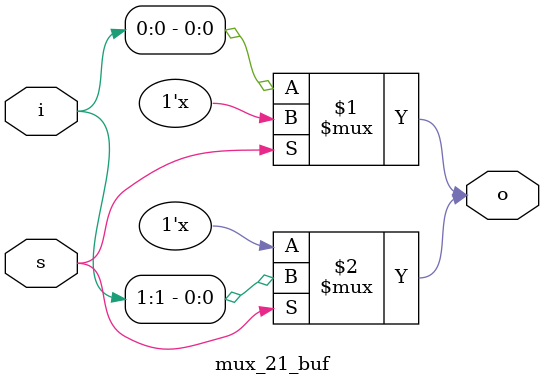
<source format=v>
`timescale 1ns / 1ps
module mux_21_buf(o, i, s);
	input [1:0]i;
	input s;
	output o;
	
	bufif0 buf00(o, i[0], s);
	bufif1 buf10(o, i[1], s);


endmodule

</source>
